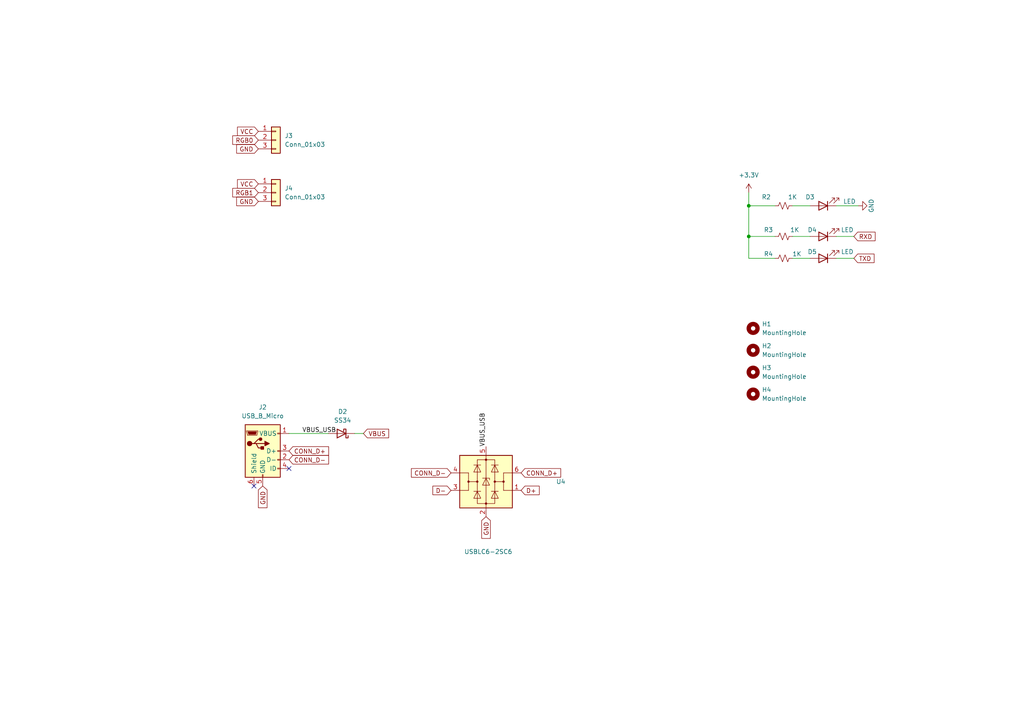
<source format=kicad_sch>
(kicad_sch (version 20211123) (generator eeschema)
  (paper "A4")
  (lib_symbols
    (symbol "Connector:USB_B_Micro" (pin_names (offset 1.016))
      (property "Reference" "J" (at -5.08 11.43 0))
      (property "Value" "USB_B_Micro" (at -5.08 8.89 0))
      (symbol "USB_B_Micro_0_1"
        (rectangle (start -5.08 -7.62) (end 5.08 7.62) (stroke (width 0.254)) (fill (type background)))
        (circle (center -3.81 2.159) (radius 0.635) (stroke (width 0.254)) (fill (type outline)))
        (circle (center -0.635 3.429) (radius 0.381) (stroke (width 0.254)) (fill (type outline)))
        (rectangle (start -0.127 -7.62) (end 0.127 -6.858))
        (polyline (pts (xy -1.905 2.159) (xy 0.635 2.159)) (stroke (width 0.254)))
        (polyline (pts (xy -3.175 2.159) (xy -2.54 2.159) (xy -1.27 3.429) (xy -0.635 3.429)) (stroke (width 0.254)))
        (polyline (pts (xy -2.54 2.159) (xy -1.905 2.159) (xy -1.27 0.889) (xy 0 0.889)) (stroke (width 0.254)))
        (polyline (pts (xy 0.635 2.794) (xy 0.635 1.524) (xy 1.905 2.159) (xy 0.635 2.794)) (stroke (width 0.254)) (fill (type outline)))
        (polyline (pts (xy -4.318 5.588) (xy -1.778 5.588) (xy -2.032 4.826) (xy -4.064 4.826) (xy -4.318 5.588)) (fill (type outline)))
        (polyline (pts (xy -4.699 5.842) (xy -4.699 5.588) (xy -4.445 4.826) (xy -4.445 4.572) (xy -1.651 4.572) (xy -1.651 4.826) (xy -1.397 5.588) (xy -1.397 5.842) (xy -4.699 5.842)))
        (rectangle (start 0.254 1.27) (end -0.508 0.508) (stroke (width 0.254)) (fill (type outline)))
        (rectangle (start 5.08 -5.207) (end 4.318 -4.953))
        (rectangle (start 5.08 -2.667) (end 4.318 -2.413))
        (rectangle (start 5.08 -0.127) (end 4.318 0.127))
        (rectangle (start 5.08 4.953) (end 4.318 5.207))
      )
      (symbol "USB_B_Micro_1_1"
        (pin power_out line (at 7.62 5.08 180) (length 2.54) (name "VBUS") (number "1"))
        (pin bidirectional line (at 7.62 -2.54 180) (length 2.54) (name "D-") (number "2"))
        (pin bidirectional line (at 7.62 0 180) (length 2.54) (name "D+") (number "3"))
        (pin passive line (at 7.62 -5.08 180) (length 2.54) (name "ID") (number "4"))
        (pin power_out line (at 0 -10.16 90) (length 2.54) (name "GND") (number "5"))
        (pin passive line (at -2.54 -10.16 90) (length 2.54) (name "Shield") (number "6"))
      )
    )
    (symbol "Connector_Generic:Conn_01x03" (pin_names (offset 1.016) hide)
      (property "Reference" "J" (at 0 5.08 0))
      (property "Value" "Conn_01x03" (at 0 -5.08 0))
      (symbol "Conn_01x03_1_1"
        (rectangle (start -1.27 -2.413) (end 0 -2.667) (stroke (width 0.1524)))
        (rectangle (start -1.27 0.127) (end 0 -0.127) (stroke (width 0.1524)))
        (rectangle (start -1.27 2.667) (end 0 2.413) (stroke (width 0.1524)))
        (rectangle (start -1.27 3.81) (end 1.27 -3.81) (stroke (width 0.254)) (fill (type background)))
        (pin passive line (at -5.08 2.54 0) (length 3.81) (name "Pin_1") (number "1"))
        (pin passive line (at -5.08 0 0) (length 3.81) (name "Pin_2") (number "2"))
        (pin passive line (at -5.08 -2.54 0) (length 3.81) (name "Pin_3") (number "3"))
      )
    )
    (symbol "Device:D_Schottky" (pin_numbers hide) (pin_names (offset 1.016) hide)
      (property "Reference" "D" (at 0 2.54 0))
      (property "Value" "D_Schottky" (at 0 -2.54 0))
      (symbol "D_Schottky_0_1"
        (polyline (pts (xy 1.27 0) (xy -1.27 0)))
        (polyline (pts (xy 1.27 1.27) (xy 1.27 -1.27) (xy -1.27 0) (xy 1.27 1.27)) (stroke (width 0.254)))
        (polyline (pts (xy -1.905 0.635) (xy -1.905 1.27) (xy -1.27 1.27) (xy -1.27 -1.27) (xy -0.635 -1.27) (xy -0.635 -0.635)) (stroke (width 0.254)))
      )
      (symbol "D_Schottky_1_1"
        (pin passive line (at -3.81 0 0) (length 2.54) (name "K") (number "1"))
        (pin passive line (at 3.81 0 180) (length 2.54) (name "A") (number "2"))
      )
    )
    (symbol "Device:LED" (pin_numbers hide) (pin_names (offset 1.016) hide)
      (property "Reference" "D" (at 0 2.54 0))
      (property "Value" "LED" (at 0 -2.54 0))
      (symbol "LED_0_1"
        (polyline (pts (xy -1.27 -1.27) (xy -1.27 1.27)) (stroke (width 0.254)))
        (polyline (pts (xy -1.27 0) (xy 1.27 0)))
        (polyline (pts (xy 1.27 -1.27) (xy 1.27 1.27) (xy -1.27 0) (xy 1.27 -1.27)) (stroke (width 0.254)))
        (polyline (pts (xy -3.048 -0.762) (xy -4.572 -2.286) (xy -3.81 -2.286) (xy -4.572 -2.286) (xy -4.572 -1.524)))
        (polyline (pts (xy -1.778 -0.762) (xy -3.302 -2.286) (xy -2.54 -2.286) (xy -3.302 -2.286) (xy -3.302 -1.524)))
      )
      (symbol "LED_1_1"
        (pin passive line (at -3.81 0 0) (length 2.54) (name "K") (number "1"))
        (pin passive line (at 3.81 0 180) (length 2.54) (name "A") (number "2"))
      )
    )
    (symbol "Device:R_Small_US" (pin_numbers hide) (pin_names (offset 0.254) hide)
      (property "Reference" "R" (at 0.762 0.508 0))
      (property "Value" "R_Small_US" (at 0.762 -1.016 0))
      (symbol "R_Small_US_1_1"
        (polyline (pts (xy 0 0) (xy 1.016 -0.381) (xy 0 -0.762) (xy -1.016 -1.143) (xy 0 -1.524)))
        (polyline (pts (xy 0 1.524) (xy 1.016 1.143) (xy 0 0.762) (xy -1.016 0.381) (xy 0 0)))
        (pin passive line (at 0 2.54 270) (length 1.016) (name "~") (number "1"))
        (pin passive line (at 0 -2.54 90) (length 1.016) (name "~") (number "2"))
      )
    )
    (symbol "Mechanical:MountingHole" (pin_names (offset 1.016))
      (property "Reference" "H" (at 0 5.08 0))
      (property "Value" "MountingHole" (at 0 3.175 0))
      (symbol "MountingHole_0_1"
        (circle (center 0 0) (radius 1.27) (stroke (width 1.27)))
      )
    )
    (symbol "Power_Protection:USBLC6-2SC6" (pin_names hide)
      (property "Reference" "U" (at 2.54 8.89 0))
      (property "Value" "USBLC6-2SC6" (at 2.54 -8.89 0))
      (symbol "USBLC6-2SC6_0_1"
        (rectangle (start -7.62 -7.62) (end 7.62 7.62) (stroke (width 0.254)) (fill (type background)))
        (circle (center -5.08 0) (radius 0.254) (fill (type outline)))
        (circle (center -2.54 0) (radius 0.254) (fill (type outline)))
        (rectangle (start -2.54 6.35) (end 2.54 -6.35))
        (circle (center 0 -6.35) (radius 0.254) (fill (type outline)))
        (polyline (pts (xy -5.08 -2.54) (xy -7.62 -2.54)))
        (polyline (pts (xy -5.08 0) (xy -5.08 -2.54)))
        (polyline (pts (xy -5.08 2.54) (xy -7.62 2.54)))
        (polyline (pts (xy -1.524 -2.794) (xy -3.556 -2.794)))
        (polyline (pts (xy -1.524 4.826) (xy -3.556 4.826)))
        (polyline (pts (xy 0 -7.62) (xy 0 -6.35)))
        (polyline (pts (xy 0 -6.35) (xy 0 1.27)))
        (polyline (pts (xy 0 1.27) (xy 0 6.35)))
        (polyline (pts (xy 0 6.35) (xy 0 7.62)))
        (polyline (pts (xy 1.524 -2.794) (xy 3.556 -2.794)))
        (polyline (pts (xy 1.524 4.826) (xy 3.556 4.826)))
        (polyline (pts (xy 5.08 -2.54) (xy 7.62 -2.54)))
        (polyline (pts (xy 5.08 0) (xy 5.08 -2.54)))
        (polyline (pts (xy 5.08 2.54) (xy 7.62 2.54)))
        (polyline (pts (xy -2.54 0) (xy -5.08 0) (xy -5.08 2.54)))
        (polyline (pts (xy 2.54 0) (xy 5.08 0) (xy 5.08 2.54)))
        (polyline (pts (xy -3.556 -4.826) (xy -1.524 -4.826) (xy -2.54 -2.794) (xy -3.556 -4.826)))
        (polyline (pts (xy -3.556 2.794) (xy -1.524 2.794) (xy -2.54 4.826) (xy -3.556 2.794)))
        (polyline (pts (xy -1.016 -1.016) (xy 1.016 -1.016) (xy 0 1.016) (xy -1.016 -1.016)))
        (polyline (pts (xy 1.016 1.016) (xy 0.762 1.016) (xy -1.016 1.016) (xy -1.016 0.508)))
        (polyline (pts (xy 3.556 -4.826) (xy 1.524 -4.826) (xy 2.54 -2.794) (xy 3.556 -4.826)))
        (polyline (pts (xy 3.556 2.794) (xy 1.524 2.794) (xy 2.54 4.826) (xy 3.556 2.794)))
        (circle (center 0 6.35) (radius 0.254) (fill (type outline)))
        (circle (center 2.54 0) (radius 0.254) (fill (type outline)))
        (circle (center 5.08 0) (radius 0.254) (fill (type outline)))
      )
      (symbol "USBLC6-2SC6_1_1"
        (pin passive line (at -10.16 -2.54 0) (length 2.54) (name "I/O1") (number "1"))
        (pin passive line (at 0 -10.16 90) (length 2.54) (name "GND") (number "2"))
        (pin passive line (at 10.16 -2.54 180) (length 2.54) (name "I/O2") (number "3"))
        (pin passive line (at 10.16 2.54 180) (length 2.54) (name "I/O2") (number "4"))
        (pin passive line (at 0 10.16 270) (length 2.54) (name "VBUS") (number "5"))
        (pin passive line (at -10.16 2.54 0) (length 2.54) (name "I/O1") (number "6"))
      )
    )
    (symbol "power:+3.3V" (power) (pin_names (offset 0))
      (property "Value" "+3.3V" (at 0 3.556 0))
      (symbol "+3.3V_0_1"
        (polyline (pts (xy -0.762 1.27) (xy 0 2.54)))
        (polyline (pts (xy 0 0) (xy 0 2.54)))
        (polyline (pts (xy 0 2.54) (xy 0.762 1.27)))
      )
      (symbol "+3.3V_1_1"
        (pin power_in line (at 0 0 90) (length 0) hide (name "+3.3V") (number "1"))
      )
    )
    (symbol "power:GND" (power) (pin_names (offset 0))
      (property "Value" "GND" (at 0 -3.81 0))
      (symbol "GND_0_1"
        (polyline (pts (xy 0 0) (xy 0 -1.27) (xy 1.27 -1.27) (xy 0 -2.54) (xy -1.27 -1.27) (xy 0 -1.27)))
      )
      (symbol "GND_1_1"
        (pin power_in line (at 0 0 270) (length 0) hide (name "GND") (number "1"))
      )
    )
  )
  (junction (at 217.17 59.69))
  (junction (at 217.17 68.58))
  (no_connect (at 73.66 140.97))
  (no_connect (at 83.82 135.89))
  (wire (pts (xy 229.87 74.93) (xy 234.95 74.93)))
  (wire (pts (xy 242.57 68.58) (xy 247.65 68.58)))
  (wire (pts (xy 242.57 59.69) (xy 248.92 59.69)))
  (wire (pts (xy 229.87 68.58) (xy 234.95 68.58)))
  (wire (pts (xy 217.17 59.69) (xy 224.79 59.69)))
  (wire (pts (xy 217.17 68.58) (xy 217.17 59.69)))
  (wire (pts (xy 217.17 55.88) (xy 217.17 59.69)))
  (wire (pts (xy 242.57 74.93) (xy 247.65 74.93)))
  (wire (pts (xy 95.25 125.73) (xy 83.82 125.73)))
  (wire (pts (xy 105.41 125.73) (xy 102.87 125.73)))
  (wire (pts (xy 229.87 59.69) (xy 234.95 59.69)))
  (wire (pts (xy 217.17 68.58) (xy 217.17 74.93)))
  (wire (pts (xy 217.17 74.93) (xy 224.79 74.93)))
  (wire (pts (xy 217.17 68.58) (xy 224.79 68.58)))
  (label "VBUS_USB" (at 87.63 125.73 0))
  (label "VBUS_USB" (at 140.97 129.54 90))
  (global_label "VBUS" (shape input) (at 105.41 125.73 0) (property "Intersheet References" "${INTERSHEET_REFS}" (effects hide)))
  (global_label "GND" (shape input) (at 140.97 149.86 270) (property "Intersheet References" "${INTERSHEET_REFS}" (effects hide)))
  (global_label "RGB0" (shape input) (at 74.93 40.64 180) (property "Intersheet References" "${INTERSHEET_REFS}" (effects hide)))
  (global_label "CONN_D+" (shape input) (at 83.82 130.81 0) (property "Intersheet References" "${INTERSHEET_REFS}" (effects hide)))
  (global_label "TXD" (shape input) (at 247.65 74.93 0) (property "Intersheet References" "${INTERSHEET_REFS}" (effects hide)))
  (global_label "GND" (shape input) (at 74.93 58.42 180) (property "Intersheet References" "${INTERSHEET_REFS}" (effects hide)))
  (global_label "CONN_D-" (shape input) (at 83.82 133.35 0) (property "Intersheet References" "${INTERSHEET_REFS}" (effects hide)))
  (global_label "GND" (shape input) (at 74.93 43.18 180) (property "Intersheet References" "${INTERSHEET_REFS}" (effects hide)))
  (global_label "RXD" (shape input) (at 247.65 68.58 0) (property "Intersheet References" "${INTERSHEET_REFS}" (effects hide)))
  (global_label "VCC" (shape input) (at 74.93 53.34 180) (property "Intersheet References" "${INTERSHEET_REFS}" (effects hide)))
  (global_label "GND" (shape input) (at 76.2 140.97 270) (property "Intersheet References" "${INTERSHEET_REFS}" (effects hide)))
  (global_label "D+" (shape input) (at 151.13 142.24 0) (property "Intersheet References" "${INTERSHEET_REFS}" (effects hide)))
  (global_label "VCC" (shape input) (at 74.93 38.1 180) (property "Intersheet References" "${INTERSHEET_REFS}" (effects hide)))
  (global_label "CONN_D-" (shape input) (at 130.81 137.16 180) (property "Intersheet References" "${INTERSHEET_REFS}" (effects hide)))
  (global_label "RGB1" (shape input) (at 74.93 55.88 180) (property "Intersheet References" "${INTERSHEET_REFS}" (effects hide)))
  (global_label "CONN_D+" (shape input) (at 151.13 137.16 0) (property "Intersheet References" "${INTERSHEET_REFS}" (effects hide)))
  (global_label "D-" (shape input) (at 130.81 142.24 180) (property "Intersheet References" "${INTERSHEET_REFS}" (effects hide)))
  (symbol (lib_id "Mechanical:MountingHole") (at 218.44 101.6 0) (unit 1)
    (property "Reference" "H2" (at 220.98 100.3299 0) (effects (justify left)))
    (property "Value" "MountingHole" (at 220.98 102.8699 0) (effects (justify left)))
    (property "Footprint" "MountingHole:MountingHole_3mm" (effects hide))
  )
  (symbol (lib_id "Device:LED") (at 238.76 59.69 180) (unit 1)
    (property "Reference" "D3" (at 234.95 57.15 0))
    (property "Value" "LED" (at 246.38 58.42 0))
    (property "Footprint" "LED_SMD:LED_0603_1608Metric" (effects hide))
  )
  (symbol (lib_id "Device:R_Small_US") (at 227.33 59.69 90) (unit 1)
    (property "Reference" "R2" (at 222.25 57.15 90))
    (property "Value" "1K" (at 229.87 57.15 90))
    (property "Footprint" "Resistor_SMD:R_0603_1608Metric" (effects hide))
  )
  (symbol (lib_id "Device:R_Small_US") (at 227.33 74.93 90) (unit 1)
    (property "Reference" "R4" (at 222.885 73.66 90))
    (property "Value" "1K" (at 231.14 73.66 90))
    (property "Footprint" "Resistor_SMD:R_0603_1608Metric" (effects hide))
  )
  (symbol (lib_id "Device:D_Schottky") (at 99.06 125.73 180) (unit 1)
    (property "Reference" "D2" (at 99.3775 119.38 0))
    (property "Value" "SS34" (at 99.3775 121.92 0))
    (property "Footprint" "Diode_SMD:D_SMA" (effects hide))
  )
  (symbol (lib_id "Connector_Generic:Conn_01x03") (at 80.01 55.88 0) (unit 1)
    (property "Reference" "J4" (at 82.55 54.6099 0) (effects (justify left)))
    (property "Value" "Conn_01x03" (at 82.55 57.1499 0) (effects (justify left)))
    (property "Footprint" "Connector_JST:JST_PH_B3B-PH-K_1x03_P2.00mm_Vertical" (effects hide))
  )
  (symbol (lib_id "Power_Protection:USBLC6-2SC6") (at 140.97 139.7 0) (mirror y) (unit 1)
    (property "Reference" "U4" (at 161.29 139.7 0) (effects (justify right)))
    (property "Value" "USBLC6-2SC6" (at 134.62 160.02 0) (effects (justify right)))
    (property "Footprint" "Package_TO_SOT_SMD:SOT-23-6" (effects hide))
    (property "Datasheet" "https://www.st.com/resource/en/datasheet/usblc6-2.pdf" (effects hide))
  )
  (symbol (lib_id "Mechanical:MountingHole") (at 218.44 95.25 0) (unit 1)
    (property "Reference" "H1" (at 220.98 93.9799 0) (effects (justify left)))
    (property "Value" "MountingHole" (at 220.98 96.5199 0) (effects (justify left)))
    (property "Footprint" "MountingHole:MountingHole_3mm" (effects hide))
  )
  (symbol (lib_id "power:+3.3V") (at 217.17 55.88 0) (unit 1)
    (property "Reference" "#PWR012" (effects hide))
    (property "Value" "+3.3V" (at 217.17 50.8 0))
  )
  (symbol (lib_id "Device:LED") (at 238.76 68.58 180) (unit 1)
    (property "Reference" "D4" (at 235.585 66.675 0))
    (property "Value" "LED" (at 245.745 66.675 0))
    (property "Footprint" "LED_SMD:LED_0603_1608Metric" (effects hide))
  )
  (symbol (lib_id "Device:LED") (at 238.76 74.93 180) (unit 1)
    (property "Reference" "D5" (at 235.585 73.025 0))
    (property "Value" "LED" (at 245.745 73.025 0))
    (property "Footprint" "LED_SMD:LED_0603_1608Metric" (effects hide))
  )
  (symbol (lib_id "Device:R_Small_US") (at 227.33 68.58 90) (unit 1)
    (property "Reference" "R3" (at 222.885 66.675 90))
    (property "Value" "1K" (at 230.505 66.675 90))
    (property "Footprint" "Resistor_SMD:R_0603_1608Metric" (effects hide))
  )
  (symbol (lib_id "Connector:USB_B_Micro") (at 76.2 130.81 0) (unit 1)
    (property "Reference" "J2" (at 76.2 118.11 0))
    (property "Value" "USB_B_Micro" (at 76.2 120.65 0))
    (property "Footprint" "Connector_USB:USB_Micro-B_Wuerth_614105150721_Vertical" (effects hide))
  )
  (symbol (lib_id "Mechanical:MountingHole") (at 218.44 107.95 0) (unit 1)
    (property "Reference" "H3" (at 220.98 106.6799 0) (effects (justify left)))
    (property "Value" "MountingHole" (at 220.98 109.2199 0) (effects (justify left)))
    (property "Footprint" "MountingHole:MountingHole_3mm" (effects hide))
  )
  (symbol (lib_id "Mechanical:MountingHole") (at 218.44 114.3 0) (unit 1)
    (property "Reference" "H4" (at 220.98 113.0299 0) (effects (justify left)))
    (property "Value" "MountingHole" (at 220.98 115.5699 0) (effects (justify left)))
    (property "Footprint" "MountingHole:MountingHole_3mm" (effects hide))
  )
  (symbol (lib_id "power:GND") (at 248.92 59.69 90) (unit 1)
    (property "Reference" "#PWR013" (effects hide))
    (property "Value" "GND" (at 252.73 59.69 0))
  )
  (symbol (lib_id "Connector_Generic:Conn_01x03") (at 80.01 40.64 0) (unit 1)
    (property "Reference" "J3" (at 82.55 39.3699 0) (effects (justify left)))
    (property "Value" "Conn_01x03" (at 82.55 41.9099 0) (effects (justify left)))
    (property "Footprint" "Connector_JST:JST_PH_B3B-PH-K_1x03_P2.00mm_Vertical" (effects hide))
  )
)
</source>
